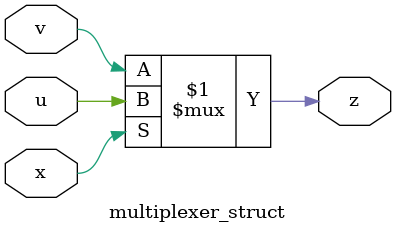
<source format=v>
/*
Assignment 1
Problem no: 1d
Semester: 5th
Group: 28
Members: 
Aryan Singh (19CS30007)
Abhinandan De (19CS10069)
*/

`timescale 1ns/1ns // <time unit> / <time precision>

`ifndef _MUX_v_
`define _MUX_v_

module multiplexer_struct(x , u , v , z);
	input x,u,v;
	output z;
	
	// xu + x_bar.v
	assign z = x ? u: v;
endmodule

`endif // _MUX_v_
</source>
